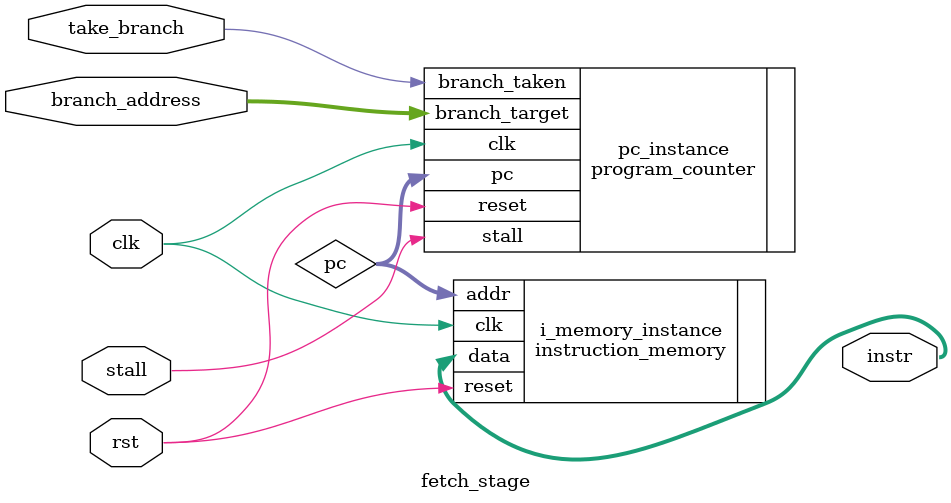
<source format=sv>


module fetch_stage(
    input logic clk,
    input logic rst,
    input logic stall,
    input logic take_branch,
    input logic [31:0] branch_address,

    output wire logic [31:0] instr
);

    wire [31:0] pc;
    

    program_counter pc_instance (
        .clk(clk),
        .reset(rst),
        .stall(stall),
        .branch_target(branch_address),
        .branch_taken(take_branch),

        .pc(pc)
    );


    instruction_memory #(.MEM_SIZE(64)) i_memory_instance(
        .clk(clk),
        .reset(rst),
        .addr(pc),

        .data(instr)
    );
endmodule

</source>
